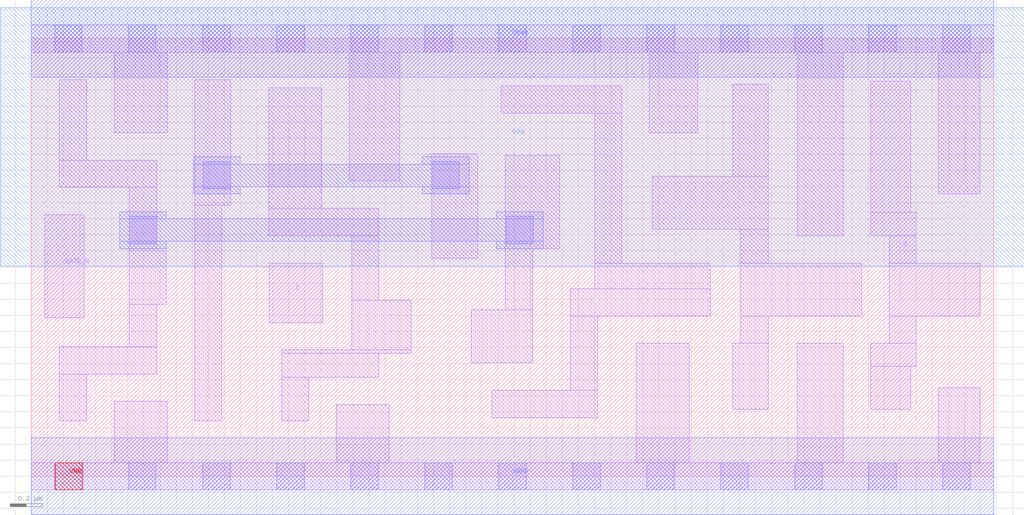
<source format=lef>
# Copyright 2020 The SkyWater PDK Authors
#
# Licensed under the Apache License, Version 2.0 (the "License");
# you may not use this file except in compliance with the License.
# You may obtain a copy of the License at
#
#     https://www.apache.org/licenses/LICENSE-2.0
#
# Unless required by applicable law or agreed to in writing, software
# distributed under the License is distributed on an "AS IS" BASIS,
# WITHOUT WARRANTIES OR CONDITIONS OF ANY KIND, either express or implied.
# See the License for the specific language governing permissions and
# limitations under the License.
#
# SPDX-License-Identifier: Apache-2.0

VERSION 5.7 ;
  NOWIREEXTENSIONATPIN ON ;
  DIVIDERCHAR "/" ;
  BUSBITCHARS "[]" ;
MACRO sky130_fd_sc_hd__dlxtn_2
  CLASS CORE ;
  FOREIGN sky130_fd_sc_hd__dlxtn_2 ;
  ORIGIN  0.000000  0.000000 ;
  SIZE  5.980000 BY  2.720000 ;
  SYMMETRY X Y R90 ;
  SITE unithd ;
  PIN D
    ANTENNAGATEAREA  0.159000 ;
    DIRECTION INPUT ;
    USE SIGNAL ;
    PORT
      LAYER li1 ;
        RECT 1.480000 0.955000 1.810000 1.325000 ;
    END
  END D
  PIN Q
    ANTENNADIFFAREA  0.445500 ;
    DIRECTION OUTPUT ;
    USE SIGNAL ;
    PORT
      LAYER li1 ;
        RECT 5.215000 0.415000 5.465000 0.685000 ;
        RECT 5.215000 0.685000 5.500000 0.825000 ;
        RECT 5.215000 1.495000 5.500000 1.640000 ;
        RECT 5.215000 1.640000 5.465000 2.455000 ;
        RECT 5.330000 0.825000 5.500000 0.995000 ;
        RECT 5.330000 0.995000 5.895000 1.325000 ;
        RECT 5.330000 1.325000 5.500000 1.495000 ;
    END
  END Q
  PIN VNB
    PORT
      LAYER pwell ;
        RECT 0.150000 -0.085000 0.320000 0.085000 ;
    END
  END VNB
  PIN VPB
    PORT
      LAYER nwell ;
        RECT -0.190000 1.305000 6.170000 2.910000 ;
    END
  END VPB
  PIN GATE_N
    ANTENNAGATEAREA  0.159000 ;
    DIRECTION INPUT ;
    USE CLOCK ;
    PORT
      LAYER li1 ;
        RECT 0.085000 0.985000 0.330000 1.625000 ;
    END
  END GATE_N
  PIN VGND
    DIRECTION INOUT ;
    SHAPE ABUTMENT ;
    USE GROUND ;
    PORT
      LAYER met1 ;
        RECT 0.000000 -0.240000 5.980000 0.240000 ;
    END
  END VGND
  PIN VPWR
    DIRECTION INOUT ;
    SHAPE ABUTMENT ;
    USE POWER ;
    PORT
      LAYER met1 ;
        RECT 0.000000 2.480000 5.980000 2.960000 ;
    END
  END VPWR
  OBS
    LAYER li1 ;
      RECT 0.000000 -0.085000 5.980000 0.085000 ;
      RECT 0.000000  2.635000 5.980000 2.805000 ;
      RECT 0.175000  0.345000 0.345000 0.635000 ;
      RECT 0.175000  0.635000 0.780000 0.805000 ;
      RECT 0.175000  1.795000 0.780000 1.965000 ;
      RECT 0.175000  1.965000 0.345000 2.465000 ;
      RECT 0.515000  0.085000 0.845000 0.465000 ;
      RECT 0.515000  2.135000 0.845000 2.635000 ;
      RECT 0.610000  0.805000 0.780000 1.070000 ;
      RECT 0.610000  1.070000 0.840000 1.400000 ;
      RECT 0.610000  1.400000 0.780000 1.795000 ;
      RECT 1.015000  0.345000 1.185000 1.685000 ;
      RECT 1.015000  1.685000 1.240000 2.465000 ;
      RECT 1.475000  1.495000 2.160000 1.665000 ;
      RECT 1.475000  1.665000 1.805000 2.415000 ;
      RECT 1.555000  0.345000 1.725000 0.615000 ;
      RECT 1.555000  0.615000 2.160000 0.765000 ;
      RECT 1.555000  0.765000 2.360000 0.785000 ;
      RECT 1.895000  0.085000 2.225000 0.445000 ;
      RECT 1.975000  1.835000 2.290000 2.635000 ;
      RECT 1.990000  0.785000 2.360000 1.095000 ;
      RECT 1.990000  1.095000 2.160000 1.495000 ;
      RECT 2.490000  1.355000 2.775000 2.005000 ;
      RECT 2.735000  0.705000 3.115000 1.035000 ;
      RECT 2.860000  0.365000 3.520000 0.535000 ;
      RECT 2.920000  2.255000 3.670000 2.425000 ;
      RECT 2.945000  1.035000 3.115000 1.415000 ;
      RECT 2.945000  1.415000 3.285000 1.995000 ;
      RECT 3.350000  0.535000 3.520000 0.995000 ;
      RECT 3.350000  0.995000 4.220000 1.165000 ;
      RECT 3.500000  1.165000 4.220000 1.325000 ;
      RECT 3.500000  1.325000 3.670000 2.255000 ;
      RECT 3.760000  0.085000 4.090000 0.825000 ;
      RECT 3.840000  2.135000 4.140000 2.635000 ;
      RECT 3.860000  1.535000 4.580000 1.865000 ;
      RECT 4.360000  0.415000 4.580000 0.825000 ;
      RECT 4.360000  1.865000 4.580000 2.435000 ;
      RECT 4.410000  0.825000 4.580000 0.995000 ;
      RECT 4.410000  0.995000 5.160000 1.325000 ;
      RECT 4.410000  1.325000 4.580000 1.535000 ;
      RECT 4.760000  0.085000 5.045000 0.825000 ;
      RECT 4.760000  1.495000 5.045000 2.635000 ;
      RECT 5.635000  0.085000 5.895000 0.550000 ;
      RECT 5.635000  1.755000 5.895000 2.635000 ;
    LAYER mcon ;
      RECT 0.145000 -0.085000 0.315000 0.085000 ;
      RECT 0.145000  2.635000 0.315000 2.805000 ;
      RECT 0.605000 -0.085000 0.775000 0.085000 ;
      RECT 0.605000  2.635000 0.775000 2.805000 ;
      RECT 0.610000  1.445000 0.780000 1.615000 ;
      RECT 1.065000 -0.085000 1.235000 0.085000 ;
      RECT 1.065000  2.635000 1.235000 2.805000 ;
      RECT 1.070000  1.785000 1.240000 1.955000 ;
      RECT 1.525000 -0.085000 1.695000 0.085000 ;
      RECT 1.525000  2.635000 1.695000 2.805000 ;
      RECT 1.985000 -0.085000 2.155000 0.085000 ;
      RECT 1.985000  2.635000 2.155000 2.805000 ;
      RECT 2.445000 -0.085000 2.615000 0.085000 ;
      RECT 2.445000  2.635000 2.615000 2.805000 ;
      RECT 2.490000  1.785000 2.660000 1.955000 ;
      RECT 2.905000 -0.085000 3.075000 0.085000 ;
      RECT 2.905000  2.635000 3.075000 2.805000 ;
      RECT 2.950000  1.445000 3.120000 1.615000 ;
      RECT 3.365000 -0.085000 3.535000 0.085000 ;
      RECT 3.365000  2.635000 3.535000 2.805000 ;
      RECT 3.825000 -0.085000 3.995000 0.085000 ;
      RECT 3.825000  2.635000 3.995000 2.805000 ;
      RECT 4.285000 -0.085000 4.455000 0.085000 ;
      RECT 4.285000  2.635000 4.455000 2.805000 ;
      RECT 4.745000 -0.085000 4.915000 0.085000 ;
      RECT 4.745000  2.635000 4.915000 2.805000 ;
      RECT 5.205000 -0.085000 5.375000 0.085000 ;
      RECT 5.205000  2.635000 5.375000 2.805000 ;
      RECT 5.665000 -0.085000 5.835000 0.085000 ;
      RECT 5.665000  2.635000 5.835000 2.805000 ;
    LAYER met1 ;
      RECT 0.550000 1.415000 0.840000 1.460000 ;
      RECT 0.550000 1.460000 3.180000 1.600000 ;
      RECT 0.550000 1.600000 0.840000 1.645000 ;
      RECT 1.010000 1.755000 1.300000 1.800000 ;
      RECT 1.010000 1.800000 2.720000 1.940000 ;
      RECT 1.010000 1.940000 1.300000 1.985000 ;
      RECT 2.430000 1.755000 2.720000 1.800000 ;
      RECT 2.430000 1.940000 2.720000 1.985000 ;
      RECT 2.890000 1.415000 3.180000 1.460000 ;
      RECT 2.890000 1.600000 3.180000 1.645000 ;
  END
END sky130_fd_sc_hd__dlxtn_2
END LIBRARY

</source>
